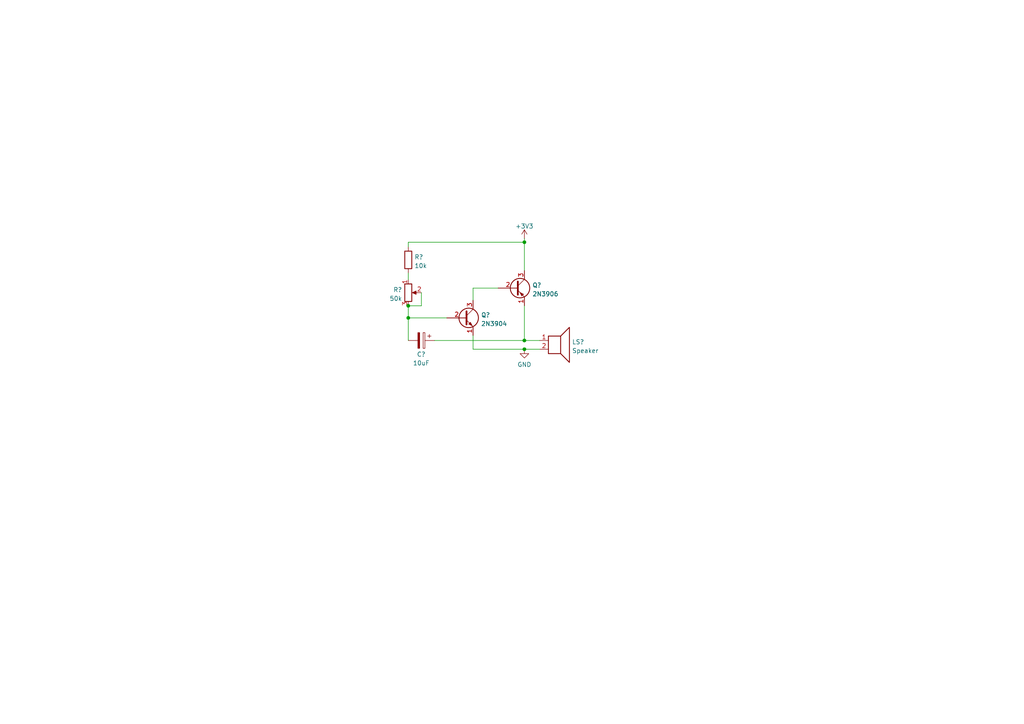
<source format=kicad_sch>
(kicad_sch (version 20211123) (generator eeschema)
  (paper "A4")
  (lib_symbols
    (symbol "Device:C_Polarized" (pin_numbers hide) (pin_names (offset 0.254))
      (property "Reference" "C" (at 0.635 2.54 0))
      (property "Value" "C_Polarized" (at 0.635 -2.54 0))
      (symbol "C_Polarized_0_1"
        (rectangle (start -2.286 0.508) (end 2.286 1.016))
        (polyline (pts (xy -1.778 2.286) (xy -0.762 2.286)))
        (polyline (pts (xy -1.27 2.794) (xy -1.27 1.778)))
        (rectangle (start 2.286 -0.508) (end -2.286 -1.016) (fill (type outline)))
      )
      (symbol "C_Polarized_1_1"
        (pin passive line (at 0 3.81 270) (length 2.794) (name "~") (number "1"))
        (pin passive line (at 0 -3.81 90) (length 2.794) (name "~") (number "2"))
      )
    )
    (symbol "Device:R" (pin_numbers hide) (pin_names (offset 0))
      (property "Reference" "R" (at 2.032 0 90))
      (property "Value" "R" (at 0 0 90))
      (symbol "R_0_1"
        (rectangle (start -1.016 -2.54) (end 1.016 2.54) (stroke (width 0.254)))
      )
      (symbol "R_1_1"
        (pin passive line (at 0 3.81 270) (length 1.27) (name "~") (number "1"))
        (pin passive line (at 0 -3.81 90) (length 1.27) (name "~") (number "2"))
      )
    )
    (symbol "Device:R_Potentiometer" (pin_names (offset 1.016) hide)
      (property "Reference" "RV" (at -4.445 0 90))
      (property "Value" "R_Potentiometer" (at -2.54 0 90))
      (symbol "R_Potentiometer_0_1"
        (polyline (pts (xy 2.54 0) (xy 1.524 0)))
        (polyline (pts (xy 1.143 0) (xy 2.286 0.508) (xy 2.286 -0.508) (xy 1.143 0)) (fill (type outline)))
        (rectangle (start 1.016 2.54) (end -1.016 -2.54) (stroke (width 0.254)))
      )
      (symbol "R_Potentiometer_1_1"
        (pin passive line (at 0 3.81 270) (length 1.27) (name "1") (number "1"))
        (pin passive line (at 3.81 0 180) (length 1.27) (name "2") (number "2"))
        (pin passive line (at 0 -3.81 90) (length 1.27) (name "3") (number "3"))
      )
    )
    (symbol "Device:Speaker" (pin_names (offset 0) hide)
      (property "Reference" "LS" (at 1.27 5.715 0))
      (property "Value" "Speaker" (at 1.27 3.81 0))
      (symbol "Speaker_0_0"
        (rectangle (start -2.54 1.27) (end 1.016 -3.81) (stroke (width 0.254)))
        (polyline (pts (xy 1.016 1.27) (xy 3.556 3.81) (xy 3.556 -6.35) (xy 1.016 -3.81)) (stroke (width 0.254)))
      )
      (symbol "Speaker_1_1"
        (pin input line (at -5.08 0 0) (length 2.54) (name "1") (number "1"))
        (pin input line (at -5.08 -2.54 0) (length 2.54) (name "2") (number "2"))
      )
    )
    (symbol "Transistor_BJT:2N3904" (pin_names (offset 0) hide)
      (property "Reference" "Q" (at 5.08 1.905 0))
      (property "Value" "2N3904" (at 5.08 0 0))
      (symbol "2N3904_0_1"
        (polyline (pts (xy 0.635 0.635) (xy 2.54 2.54)))
        (polyline (pts (xy 0.635 -0.635) (xy 2.54 -2.54) (xy 2.54 -2.54)))
        (polyline (pts (xy 0.635 1.905) (xy 0.635 -1.905) (xy 0.635 -1.905)) (stroke (width 0.508)))
        (polyline (pts (xy 1.27 -1.778) (xy 1.778 -1.27) (xy 2.286 -2.286) (xy 1.27 -1.778) (xy 1.27 -1.778)) (fill (type outline)))
        (circle (center 1.27 0) (radius 2.8194) (stroke (width 0.254)))
      )
      (symbol "2N3904_1_1"
        (pin passive line (at 2.54 -5.08 90) (length 2.54) (name "E") (number "1"))
        (pin passive line (at -5.08 0 0) (length 5.715) (name "B") (number "2"))
        (pin passive line (at 2.54 5.08 270) (length 2.54) (name "C") (number "3"))
      )
    )
    (symbol "Transistor_BJT:2N3906" (pin_names (offset 0) hide)
      (property "Reference" "Q" (at 5.08 1.905 0))
      (property "Value" "2N3906" (at 5.08 0 0))
      (symbol "2N3906_0_1"
        (polyline (pts (xy 0.635 0.635) (xy 2.54 2.54)))
        (polyline (pts (xy 0.635 -0.635) (xy 2.54 -2.54) (xy 2.54 -2.54)))
        (polyline (pts (xy 0.635 1.905) (xy 0.635 -1.905) (xy 0.635 -1.905)) (stroke (width 0.508)))
        (polyline (pts (xy 2.286 -1.778) (xy 1.778 -2.286) (xy 1.27 -1.27) (xy 2.286 -1.778) (xy 2.286 -1.778)) (fill (type outline)))
        (circle (center 1.27 0) (radius 2.8194) (stroke (width 0.254)))
      )
      (symbol "2N3906_1_1"
        (pin passive line (at 2.54 -5.08 90) (length 2.54) (name "E") (number "1"))
        (pin input line (at -5.08 0 0) (length 5.715) (name "B") (number "2"))
        (pin passive line (at 2.54 5.08 270) (length 2.54) (name "C") (number "3"))
      )
    )
    (symbol "power:+3.3V" (power) (pin_names (offset 0))
      (property "Value" "+3.3V" (at 0 3.556 0))
      (symbol "+3.3V_0_1"
        (polyline (pts (xy -0.762 1.27) (xy 0 2.54)))
        (polyline (pts (xy 0 0) (xy 0 2.54)))
        (polyline (pts (xy 0 2.54) (xy 0.762 1.27)))
      )
      (symbol "+3.3V_1_1"
        (pin power_in line (at 0 0 90) (length 0) hide (name "+3V3") (number "1"))
      )
    )
    (symbol "power:GND" (power) (pin_names (offset 0))
      (property "Value" "GND" (at 0 -3.81 0))
      (symbol "GND_0_1"
        (polyline (pts (xy 0 0) (xy 0 -1.27) (xy 1.27 -1.27) (xy 0 -2.54) (xy -1.27 -1.27) (xy 0 -1.27)))
      )
      (symbol "GND_1_1"
        (pin power_in line (at 0 0 270) (length 0) hide (name "GND") (number "1"))
      )
    )
  )
  (junction (at 152.0952 98.7552))
  (junction (at 152.0952 70.2564))
  (junction (at 118.4148 88.6968))
  (junction (at 152.0952 101.2952))
  (junction (at 118.4148 92.202))
  (wire (pts (xy 152.0952 78.486) (xy 152.0952 70.2564)))
  (wire (pts (xy 137.2108 87.122) (xy 137.2108 83.566)))
  (wire (pts (xy 118.4148 88.6968) (xy 118.4148 92.202)))
  (wire (pts (xy 152.0952 98.7552) (xy 156.5148 98.7552)))
  (wire (pts (xy 137.2108 83.566) (xy 144.4752 83.566)))
  (wire (pts (xy 122.2248 88.6968) (xy 118.4148 88.6968)))
  (wire (pts (xy 152.0952 101.2952) (xy 156.5148 101.2952)))
  (wire (pts (xy 152.0952 88.646) (xy 152.0952 98.7552)))
  (wire (pts (xy 118.4148 92.202) (xy 118.4148 98.7552)))
  (wire (pts (xy 118.4148 79.1972) (xy 118.4148 81.0768)))
  (wire (pts (xy 118.4148 92.202) (xy 129.5908 92.202)))
  (wire (pts (xy 118.4148 70.2564) (xy 152.0952 70.2564)))
  (wire (pts (xy 137.2108 101.2952) (xy 137.2108 97.282)))
  (wire (pts (xy 152.0952 69.1896) (xy 152.0952 70.2564)))
  (wire (pts (xy 137.2108 101.2952) (xy 152.0952 101.2952)))
  (wire (pts (xy 122.2248 84.8868) (xy 122.2248 88.6968)))
  (wire (pts (xy 118.4148 70.2564) (xy 118.4148 71.5772)))
  (wire (pts (xy 126.0348 98.7552) (xy 152.0952 98.7552)))
  (symbol (lib_id "Transistor_BJT:2N3904") (at 134.6708 92.202 0) (unit 1)
    (property "Reference" "Q?" (at 139.5222 91.3673 0) (effects (justify left)))
    (property "Value" "2N3904" (at 139.5222 93.9042 0) (effects (justify left)))
    (property "Footprint" "Package_TO_SOT_THT:TO-92_Inline" (effects hide))
    (property "Datasheet" "https://www.onsemi.com/pub/Collateral/2N3903-D.PDF" (effects hide))
  )
  (symbol (lib_id "power:GND") (at 152.0952 101.2952 0) (unit 1)
    (property "Reference" "#PWR?" (effects hide))
    (property "Value" "GND" (at 152.0952 105.7386 0))
  )
  (symbol (lib_id "Transistor_BJT:2N3906") (at 149.5552 83.566 0) (unit 1)
    (property "Reference" "Q?" (at 154.4066 82.7313 0) (effects (justify left)))
    (property "Value" "2N3906" (at 154.4066 85.2682 0) (effects (justify left)))
    (property "Footprint" "Package_TO_SOT_THT:TO-92_Inline" (effects hide))
    (property "Datasheet" "https://www.onsemi.com/pub/Collateral/2N3906-D.PDF" (effects hide))
  )
  (symbol (lib_id "Device:Speaker") (at 161.5948 98.7552 0) (unit 1)
    (property "Reference" "LS?" (at 165.9128 99.1905 0) (effects (justify left)))
    (property "Value" "Speaker" (at 165.9128 101.7274 0) (effects (justify left)))
  )
  (symbol (lib_id "Device:C_Polarized") (at 122.2248 98.7552 270) (unit 1)
    (property "Reference" "C?" (at 122.174 102.7715 90))
    (property "Value" "10uF" (at 122.174 105.3084 90))
  )
  (symbol (lib_id "Device:R") (at 118.4148 75.3872 0) (unit 1)
    (property "Reference" "R?" (at 120.1928 74.5525 0) (effects (justify left)))
    (property "Value" "10k" (at 120.1928 77.0894 0) (effects (justify left)))
  )
  (symbol (lib_id "Device:R_Potentiometer") (at 118.4148 84.8868 0) (unit 1)
    (property "Reference" "R?" (at 116.6369 84.0521 0) (effects (justify right)))
    (property "Value" "50k" (at 116.6369 86.589 0) (effects (justify right)))
  )
  (symbol (lib_id "power:+3.3V") (at 152.0952 69.1896 0) (unit 1)
    (property "Reference" "#PWR?" (effects hide))
    (property "Value" "+3.3V" (at 152.0952 65.6138 0))
  )
)
</source>
